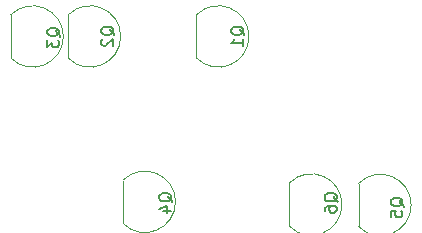
<source format=gbr>
%TF.GenerationSoftware,KiCad,Pcbnew,8.0.0*%
%TF.CreationDate,2025-01-05T23:10:09+05:30*%
%TF.ProjectId,sunday_pcb,73756e64-6179-45f7-9063-622e6b696361,rev?*%
%TF.SameCoordinates,Original*%
%TF.FileFunction,Legend,Bot*%
%TF.FilePolarity,Positive*%
%FSLAX46Y46*%
G04 Gerber Fmt 4.6, Leading zero omitted, Abs format (unit mm)*
G04 Created by KiCad (PCBNEW 8.0.0) date 2025-01-05 23:10:09*
%MOMM*%
%LPD*%
G01*
G04 APERTURE LIST*
%ADD10C,0.150000*%
%ADD11C,0.120000*%
G04 APERTURE END LIST*
D10*
X168605057Y-110373445D02*
X168557438Y-110278207D01*
X168557438Y-110278207D02*
X168462200Y-110182969D01*
X168462200Y-110182969D02*
X168319342Y-110040112D01*
X168319342Y-110040112D02*
X168271723Y-109944874D01*
X168271723Y-109944874D02*
X168271723Y-109849636D01*
X168509819Y-109897255D02*
X168462200Y-109802017D01*
X168462200Y-109802017D02*
X168366961Y-109706779D01*
X168366961Y-109706779D02*
X168176485Y-109659160D01*
X168176485Y-109659160D02*
X167843152Y-109659160D01*
X167843152Y-109659160D02*
X167652676Y-109706779D01*
X167652676Y-109706779D02*
X167557438Y-109802017D01*
X167557438Y-109802017D02*
X167509819Y-109897255D01*
X167509819Y-109897255D02*
X167509819Y-110087731D01*
X167509819Y-110087731D02*
X167557438Y-110182969D01*
X167557438Y-110182969D02*
X167652676Y-110278207D01*
X167652676Y-110278207D02*
X167843152Y-110325826D01*
X167843152Y-110325826D02*
X168176485Y-110325826D01*
X168176485Y-110325826D02*
X168366961Y-110278207D01*
X168366961Y-110278207D02*
X168462200Y-110182969D01*
X168462200Y-110182969D02*
X168509819Y-110087731D01*
X168509819Y-110087731D02*
X168509819Y-109897255D01*
X167509819Y-111182969D02*
X167509819Y-110992493D01*
X167509819Y-110992493D02*
X167557438Y-110897255D01*
X167557438Y-110897255D02*
X167605057Y-110849636D01*
X167605057Y-110849636D02*
X167747914Y-110754398D01*
X167747914Y-110754398D02*
X167938390Y-110706779D01*
X167938390Y-110706779D02*
X168319342Y-110706779D01*
X168319342Y-110706779D02*
X168414580Y-110754398D01*
X168414580Y-110754398D02*
X168462200Y-110802017D01*
X168462200Y-110802017D02*
X168509819Y-110897255D01*
X168509819Y-110897255D02*
X168509819Y-111087731D01*
X168509819Y-111087731D02*
X168462200Y-111182969D01*
X168462200Y-111182969D02*
X168414580Y-111230588D01*
X168414580Y-111230588D02*
X168319342Y-111278207D01*
X168319342Y-111278207D02*
X168081247Y-111278207D01*
X168081247Y-111278207D02*
X167986009Y-111230588D01*
X167986009Y-111230588D02*
X167938390Y-111182969D01*
X167938390Y-111182969D02*
X167890771Y-111087731D01*
X167890771Y-111087731D02*
X167890771Y-110897255D01*
X167890771Y-110897255D02*
X167938390Y-110802017D01*
X167938390Y-110802017D02*
X167986009Y-110754398D01*
X167986009Y-110754398D02*
X168081247Y-110706779D01*
X145105057Y-96373445D02*
X145057438Y-96278207D01*
X145057438Y-96278207D02*
X144962200Y-96182969D01*
X144962200Y-96182969D02*
X144819342Y-96040112D01*
X144819342Y-96040112D02*
X144771723Y-95944874D01*
X144771723Y-95944874D02*
X144771723Y-95849636D01*
X145009819Y-95897255D02*
X144962200Y-95802017D01*
X144962200Y-95802017D02*
X144866961Y-95706779D01*
X144866961Y-95706779D02*
X144676485Y-95659160D01*
X144676485Y-95659160D02*
X144343152Y-95659160D01*
X144343152Y-95659160D02*
X144152676Y-95706779D01*
X144152676Y-95706779D02*
X144057438Y-95802017D01*
X144057438Y-95802017D02*
X144009819Y-95897255D01*
X144009819Y-95897255D02*
X144009819Y-96087731D01*
X144009819Y-96087731D02*
X144057438Y-96182969D01*
X144057438Y-96182969D02*
X144152676Y-96278207D01*
X144152676Y-96278207D02*
X144343152Y-96325826D01*
X144343152Y-96325826D02*
X144676485Y-96325826D01*
X144676485Y-96325826D02*
X144866961Y-96278207D01*
X144866961Y-96278207D02*
X144962200Y-96182969D01*
X144962200Y-96182969D02*
X145009819Y-96087731D01*
X145009819Y-96087731D02*
X145009819Y-95897255D01*
X144009819Y-96659160D02*
X144009819Y-97278207D01*
X144009819Y-97278207D02*
X144390771Y-96944874D01*
X144390771Y-96944874D02*
X144390771Y-97087731D01*
X144390771Y-97087731D02*
X144438390Y-97182969D01*
X144438390Y-97182969D02*
X144486009Y-97230588D01*
X144486009Y-97230588D02*
X144581247Y-97278207D01*
X144581247Y-97278207D02*
X144819342Y-97278207D01*
X144819342Y-97278207D02*
X144914580Y-97230588D01*
X144914580Y-97230588D02*
X144962200Y-97182969D01*
X144962200Y-97182969D02*
X145009819Y-97087731D01*
X145009819Y-97087731D02*
X145009819Y-96802017D01*
X145009819Y-96802017D02*
X144962200Y-96706779D01*
X144962200Y-96706779D02*
X144914580Y-96659160D01*
X154605057Y-110373445D02*
X154557438Y-110278207D01*
X154557438Y-110278207D02*
X154462200Y-110182969D01*
X154462200Y-110182969D02*
X154319342Y-110040112D01*
X154319342Y-110040112D02*
X154271723Y-109944874D01*
X154271723Y-109944874D02*
X154271723Y-109849636D01*
X154509819Y-109897255D02*
X154462200Y-109802017D01*
X154462200Y-109802017D02*
X154366961Y-109706779D01*
X154366961Y-109706779D02*
X154176485Y-109659160D01*
X154176485Y-109659160D02*
X153843152Y-109659160D01*
X153843152Y-109659160D02*
X153652676Y-109706779D01*
X153652676Y-109706779D02*
X153557438Y-109802017D01*
X153557438Y-109802017D02*
X153509819Y-109897255D01*
X153509819Y-109897255D02*
X153509819Y-110087731D01*
X153509819Y-110087731D02*
X153557438Y-110182969D01*
X153557438Y-110182969D02*
X153652676Y-110278207D01*
X153652676Y-110278207D02*
X153843152Y-110325826D01*
X153843152Y-110325826D02*
X154176485Y-110325826D01*
X154176485Y-110325826D02*
X154366961Y-110278207D01*
X154366961Y-110278207D02*
X154462200Y-110182969D01*
X154462200Y-110182969D02*
X154509819Y-110087731D01*
X154509819Y-110087731D02*
X154509819Y-109897255D01*
X153843152Y-111182969D02*
X154509819Y-111182969D01*
X153462200Y-110944874D02*
X154176485Y-110706779D01*
X154176485Y-110706779D02*
X154176485Y-111325826D01*
X149690057Y-96274761D02*
X149642438Y-96179523D01*
X149642438Y-96179523D02*
X149547200Y-96084285D01*
X149547200Y-96084285D02*
X149404342Y-95941428D01*
X149404342Y-95941428D02*
X149356723Y-95846190D01*
X149356723Y-95846190D02*
X149356723Y-95750952D01*
X149594819Y-95798571D02*
X149547200Y-95703333D01*
X149547200Y-95703333D02*
X149451961Y-95608095D01*
X149451961Y-95608095D02*
X149261485Y-95560476D01*
X149261485Y-95560476D02*
X148928152Y-95560476D01*
X148928152Y-95560476D02*
X148737676Y-95608095D01*
X148737676Y-95608095D02*
X148642438Y-95703333D01*
X148642438Y-95703333D02*
X148594819Y-95798571D01*
X148594819Y-95798571D02*
X148594819Y-95989047D01*
X148594819Y-95989047D02*
X148642438Y-96084285D01*
X148642438Y-96084285D02*
X148737676Y-96179523D01*
X148737676Y-96179523D02*
X148928152Y-96227142D01*
X148928152Y-96227142D02*
X149261485Y-96227142D01*
X149261485Y-96227142D02*
X149451961Y-96179523D01*
X149451961Y-96179523D02*
X149547200Y-96084285D01*
X149547200Y-96084285D02*
X149594819Y-95989047D01*
X149594819Y-95989047D02*
X149594819Y-95798571D01*
X148690057Y-96608095D02*
X148642438Y-96655714D01*
X148642438Y-96655714D02*
X148594819Y-96750952D01*
X148594819Y-96750952D02*
X148594819Y-96989047D01*
X148594819Y-96989047D02*
X148642438Y-97084285D01*
X148642438Y-97084285D02*
X148690057Y-97131904D01*
X148690057Y-97131904D02*
X148785295Y-97179523D01*
X148785295Y-97179523D02*
X148880533Y-97179523D01*
X148880533Y-97179523D02*
X149023390Y-97131904D01*
X149023390Y-97131904D02*
X149594819Y-96560476D01*
X149594819Y-96560476D02*
X149594819Y-97179523D01*
X160700057Y-96274761D02*
X160652438Y-96179523D01*
X160652438Y-96179523D02*
X160557200Y-96084285D01*
X160557200Y-96084285D02*
X160414342Y-95941428D01*
X160414342Y-95941428D02*
X160366723Y-95846190D01*
X160366723Y-95846190D02*
X160366723Y-95750952D01*
X160604819Y-95798571D02*
X160557200Y-95703333D01*
X160557200Y-95703333D02*
X160461961Y-95608095D01*
X160461961Y-95608095D02*
X160271485Y-95560476D01*
X160271485Y-95560476D02*
X159938152Y-95560476D01*
X159938152Y-95560476D02*
X159747676Y-95608095D01*
X159747676Y-95608095D02*
X159652438Y-95703333D01*
X159652438Y-95703333D02*
X159604819Y-95798571D01*
X159604819Y-95798571D02*
X159604819Y-95989047D01*
X159604819Y-95989047D02*
X159652438Y-96084285D01*
X159652438Y-96084285D02*
X159747676Y-96179523D01*
X159747676Y-96179523D02*
X159938152Y-96227142D01*
X159938152Y-96227142D02*
X160271485Y-96227142D01*
X160271485Y-96227142D02*
X160461961Y-96179523D01*
X160461961Y-96179523D02*
X160557200Y-96084285D01*
X160557200Y-96084285D02*
X160604819Y-95989047D01*
X160604819Y-95989047D02*
X160604819Y-95798571D01*
X160604819Y-97179523D02*
X160604819Y-96608095D01*
X160604819Y-96893809D02*
X159604819Y-96893809D01*
X159604819Y-96893809D02*
X159747676Y-96798571D01*
X159747676Y-96798571D02*
X159842914Y-96703333D01*
X159842914Y-96703333D02*
X159890533Y-96608095D01*
X174190057Y-110774761D02*
X174142438Y-110679523D01*
X174142438Y-110679523D02*
X174047200Y-110584285D01*
X174047200Y-110584285D02*
X173904342Y-110441428D01*
X173904342Y-110441428D02*
X173856723Y-110346190D01*
X173856723Y-110346190D02*
X173856723Y-110250952D01*
X174094819Y-110298571D02*
X174047200Y-110203333D01*
X174047200Y-110203333D02*
X173951961Y-110108095D01*
X173951961Y-110108095D02*
X173761485Y-110060476D01*
X173761485Y-110060476D02*
X173428152Y-110060476D01*
X173428152Y-110060476D02*
X173237676Y-110108095D01*
X173237676Y-110108095D02*
X173142438Y-110203333D01*
X173142438Y-110203333D02*
X173094819Y-110298571D01*
X173094819Y-110298571D02*
X173094819Y-110489047D01*
X173094819Y-110489047D02*
X173142438Y-110584285D01*
X173142438Y-110584285D02*
X173237676Y-110679523D01*
X173237676Y-110679523D02*
X173428152Y-110727142D01*
X173428152Y-110727142D02*
X173761485Y-110727142D01*
X173761485Y-110727142D02*
X173951961Y-110679523D01*
X173951961Y-110679523D02*
X174047200Y-110584285D01*
X174047200Y-110584285D02*
X174094819Y-110489047D01*
X174094819Y-110489047D02*
X174094819Y-110298571D01*
X173094819Y-111631904D02*
X173094819Y-111155714D01*
X173094819Y-111155714D02*
X173571009Y-111108095D01*
X173571009Y-111108095D02*
X173523390Y-111155714D01*
X173523390Y-111155714D02*
X173475771Y-111250952D01*
X173475771Y-111250952D02*
X173475771Y-111489047D01*
X173475771Y-111489047D02*
X173523390Y-111584285D01*
X173523390Y-111584285D02*
X173571009Y-111631904D01*
X173571009Y-111631904D02*
X173666247Y-111679523D01*
X173666247Y-111679523D02*
X173904342Y-111679523D01*
X173904342Y-111679523D02*
X173999580Y-111631904D01*
X173999580Y-111631904D02*
X174047200Y-111584285D01*
X174047200Y-111584285D02*
X174094819Y-111489047D01*
X174094819Y-111489047D02*
X174094819Y-111250952D01*
X174094819Y-111250952D02*
X174047200Y-111155714D01*
X174047200Y-111155714D02*
X173999580Y-111108095D01*
D11*
%TO.C,Q4*%
X150430000Y-108570000D02*
X150430000Y-112170000D01*
X150441522Y-108531522D02*
G75*
G02*
X154880000Y-110370000I1838478J-1838478D01*
G01*
X154880000Y-110370000D02*
G75*
G02*
X150441522Y-112208478I-2600000J0D01*
G01*
%TO.C,Q2*%
X145790000Y-94570000D02*
X145790000Y-98170000D01*
X145801522Y-94531522D02*
G75*
G02*
X150240000Y-96370000I1838478J-1838478D01*
G01*
X150240000Y-96370000D02*
G75*
G02*
X145801522Y-98208478I-2600000J0D01*
G01*
%TO.C,Q3*%
X140930000Y-94570000D02*
X140930000Y-98170000D01*
X140941522Y-94531522D02*
G75*
G02*
X145380000Y-96370000I1838478J-1838478D01*
G01*
X145380000Y-96370000D02*
G75*
G02*
X140941522Y-98208478I-2600000J0D01*
G01*
%TO.C,Q1*%
X156650000Y-94570000D02*
X156650000Y-98170000D01*
X156661522Y-94531522D02*
G75*
G02*
X161100000Y-96370000I1838478J-1838478D01*
G01*
X161100000Y-96370000D02*
G75*
G02*
X156661522Y-98208478I-2600000J0D01*
G01*
%TO.C,Q5*%
X170380000Y-108840000D02*
X170380000Y-112440000D01*
X170391522Y-108801522D02*
G75*
G02*
X174830000Y-110640000I1838478J-1838478D01*
G01*
X174830000Y-110640000D02*
G75*
G02*
X170391522Y-112478478I-2600000J0D01*
G01*
%TO.C,Q6*%
X164520000Y-108800000D02*
X164520000Y-112400000D01*
X164531522Y-108761522D02*
G75*
G02*
X168970000Y-110600000I1838478J-1838478D01*
G01*
X168970000Y-110600000D02*
G75*
G02*
X164531522Y-112438478I-2600000J0D01*
G01*
%TD*%
M02*

</source>
